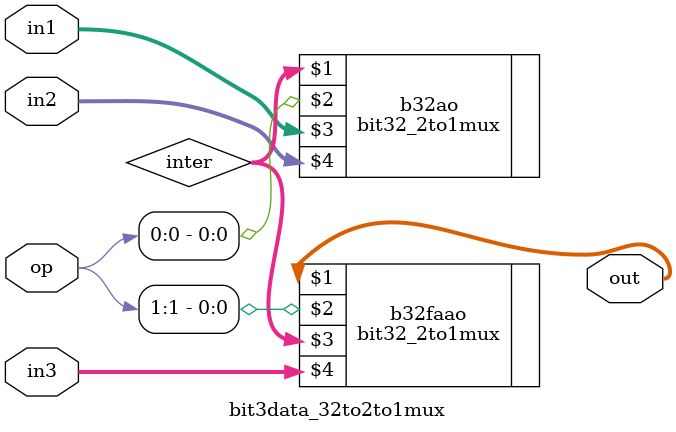
<source format=v>
module bit3data_32to2to1mux(out,op,in1,in2,in3);

	input [31:0]in1,in2,in3;
	output [31:0]out;
	input [1:0]op;
  	
  	wire [31:0]inter;

	bit32_2to1mux b32ao(inter,op[0],in1,in2);
	bit32_2to1mux b32faao(out,op[1],inter,in3);
	
endmodule
</source>
